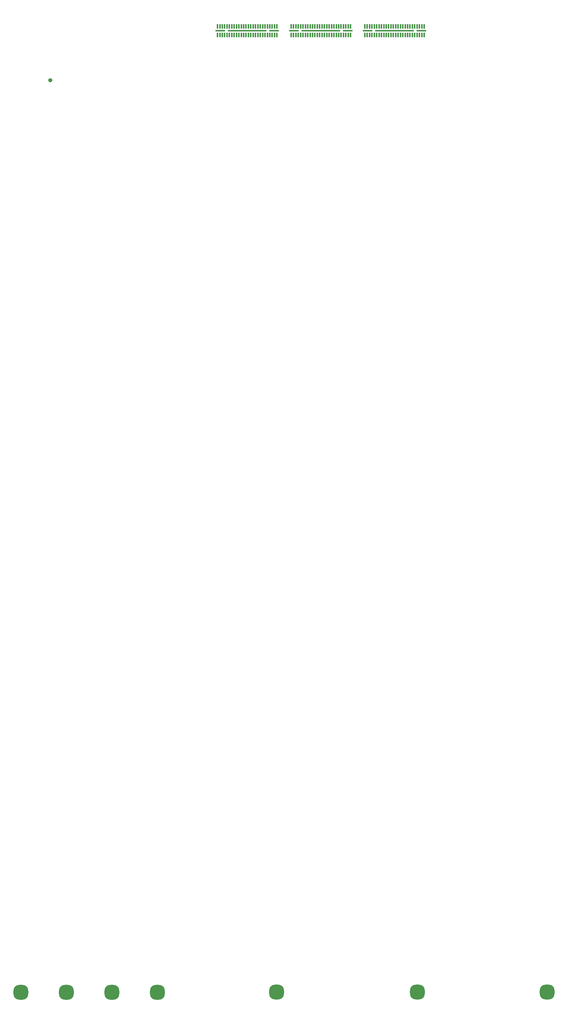
<source format=gbr>
G04 #@! TF.GenerationSoftware,KiCad,Pcbnew,(6.0.4-0)*
G04 #@! TF.CreationDate,2023-02-17T12:35:32-08:00*
G04 #@! TF.ProjectId,stripline_anode,73747269-706c-4696-9e65-5f616e6f6465,1a*
G04 #@! TF.SameCoordinates,Original*
G04 #@! TF.FileFunction,Paste,Top*
G04 #@! TF.FilePolarity,Positive*
%FSLAX46Y46*%
G04 Gerber Fmt 4.6, Leading zero omitted, Abs format (unit mm)*
G04 Created by KiCad (PCBNEW (6.0.4-0)) date 2023-02-17 12:35:32*
%MOMM*%
%LPD*%
G01*
G04 APERTURE LIST*
G04 Aperture macros list*
%AMRoundRect*
0 Rectangle with rounded corners*
0 $1 Rounding radius*
0 $2 $3 $4 $5 $6 $7 $8 $9 X,Y pos of 4 corners*
0 Add a 4 corners polygon primitive as box body*
4,1,4,$2,$3,$4,$5,$6,$7,$8,$9,$2,$3,0*
0 Add four circle primitives for the rounded corners*
1,1,$1+$1,$2,$3*
1,1,$1+$1,$4,$5*
1,1,$1+$1,$6,$7*
1,1,$1+$1,$8,$9*
0 Add four rect primitives between the rounded corners*
20,1,$1+$1,$2,$3,$4,$5,0*
20,1,$1+$1,$4,$5,$6,$7,0*
20,1,$1+$1,$6,$7,$8,$9,0*
20,1,$1+$1,$8,$9,$2,$3,0*%
G04 Aperture macros list end*
%ADD10R,0.500000X1.500000*%
%ADD11R,3.280000X0.510000*%
%ADD12R,13.150000X0.510000*%
%ADD13C,1.371600*%
%ADD14RoundRect,1.968504X0.531496X-0.531496X0.531496X0.531496X-0.531496X0.531496X-0.531496X-0.531496X0*%
G04 APERTURE END LIST*
D10*
X239983550Y-88142080D03*
X239983550Y-90992080D03*
X240783550Y-88142080D03*
X240783550Y-90992080D03*
X241583550Y-88142080D03*
X241583550Y-90992080D03*
X242383550Y-88142080D03*
X242383550Y-90992080D03*
X243183550Y-88142080D03*
X243183550Y-90992080D03*
X243983550Y-88142080D03*
X243983550Y-90992080D03*
X244783550Y-88142080D03*
X244783550Y-90992080D03*
X245583550Y-88142080D03*
X245583550Y-90992080D03*
X246383550Y-88142080D03*
X246383550Y-90992080D03*
X247183550Y-88142080D03*
X247183550Y-90992080D03*
X247983550Y-88142080D03*
X247983550Y-90992080D03*
X248783550Y-88142080D03*
X248783550Y-90992080D03*
X249583550Y-88142080D03*
X249583550Y-90992080D03*
X250383550Y-88142080D03*
X250383550Y-90992080D03*
X251183550Y-88142080D03*
X251183550Y-90992080D03*
X251983550Y-88142080D03*
X251983550Y-90992080D03*
X252783550Y-88142080D03*
X252783550Y-90992080D03*
X253583550Y-88142080D03*
X253583550Y-90992080D03*
X254383550Y-88142080D03*
X254383550Y-90992080D03*
X255183550Y-88142080D03*
X255183550Y-90992080D03*
X255983550Y-88142080D03*
X255983550Y-90992080D03*
X256783550Y-88142080D03*
X256783550Y-90992080D03*
X257583550Y-88142080D03*
X257583550Y-90992080D03*
X258383550Y-88142080D03*
X258383550Y-90992080D03*
X259183550Y-88142080D03*
X259183550Y-90992080D03*
X259983550Y-88142080D03*
X259983550Y-90992080D03*
X264783550Y-88142080D03*
X264783550Y-90992080D03*
X265583550Y-88142080D03*
X265583550Y-90992080D03*
X266383550Y-88142080D03*
X266383550Y-90992080D03*
X267183550Y-88142080D03*
X267183550Y-90992080D03*
X267983550Y-88142080D03*
X267983550Y-90992080D03*
X268783550Y-88142080D03*
X268783550Y-90992080D03*
X269583550Y-88142080D03*
X269583550Y-90992080D03*
X270383550Y-88142080D03*
X270383550Y-90992080D03*
X271183550Y-88142080D03*
X271183550Y-90992080D03*
X271983550Y-88142080D03*
X271983550Y-90992080D03*
X272783550Y-88142080D03*
X272783550Y-90992080D03*
X273583550Y-88142080D03*
X273583550Y-90992080D03*
X274383550Y-88142080D03*
X274383550Y-90992080D03*
X275183550Y-88142080D03*
X275183550Y-90992080D03*
X275983550Y-88142080D03*
X275983550Y-90992080D03*
X276783550Y-88142080D03*
X276783550Y-90992080D03*
X277583550Y-88142080D03*
X277583550Y-90992080D03*
X278383550Y-88142080D03*
X278383550Y-90992080D03*
X279183550Y-88142080D03*
X279183550Y-90992080D03*
X279983550Y-88142080D03*
X279983550Y-90992080D03*
X280783550Y-88142080D03*
X280783550Y-90992080D03*
X281583550Y-88142080D03*
X281583550Y-90992080D03*
X282383550Y-88142080D03*
X282383550Y-90992080D03*
X283183550Y-88142080D03*
X283183550Y-90992080D03*
X283983550Y-88142080D03*
X283983550Y-90992080D03*
X284783550Y-88142080D03*
X284783550Y-90992080D03*
X289583550Y-88142080D03*
X289583550Y-90992080D03*
X290383550Y-88142080D03*
X290383550Y-90992080D03*
X291183550Y-88142080D03*
X291183550Y-90992080D03*
X291983550Y-88142080D03*
X291983550Y-90992080D03*
X292783550Y-88142080D03*
X292783550Y-90992080D03*
X293583550Y-88142080D03*
X293583550Y-90992080D03*
X294383550Y-88142080D03*
X294383550Y-90992080D03*
X295183550Y-88142080D03*
X295183550Y-90992080D03*
X295983550Y-88142080D03*
X295983550Y-90992080D03*
X296783550Y-88142080D03*
X296783550Y-90992080D03*
X297583550Y-88142080D03*
X297583550Y-90992080D03*
X298383550Y-88142080D03*
X298383550Y-90992080D03*
X299183550Y-88142080D03*
X299183550Y-90992080D03*
X299983550Y-88142080D03*
X299983550Y-90992080D03*
X300783550Y-88142080D03*
X300783550Y-90992080D03*
X301583550Y-88142080D03*
X301583550Y-90992080D03*
X302383550Y-88142080D03*
X302383550Y-90992080D03*
X303183550Y-88142080D03*
X303183550Y-90992080D03*
X303983550Y-88142080D03*
X303983550Y-90992080D03*
X304783550Y-88142080D03*
X304783550Y-90992080D03*
X305583550Y-88142080D03*
X305583550Y-90992080D03*
X306383550Y-88142080D03*
X306383550Y-90992080D03*
X307183550Y-88142080D03*
X307183550Y-90992080D03*
X307983550Y-88142080D03*
X307983550Y-90992080D03*
X308783550Y-88142080D03*
X308783550Y-90992080D03*
X309583550Y-88142080D03*
X309583550Y-90992080D03*
D11*
X240918550Y-89567080D03*
D12*
X249983550Y-89567080D03*
D11*
X259048550Y-89567080D03*
X265718550Y-89567080D03*
D12*
X274783550Y-89567080D03*
D11*
X283848550Y-89567080D03*
X290518550Y-89567080D03*
D12*
X299583550Y-89567080D03*
D11*
X308648550Y-89567080D03*
D13*
X183693500Y-106220500D03*
D14*
X204426832Y-413101500D03*
X350943500Y-413076500D03*
X189110166Y-413101500D03*
X259893500Y-413076500D03*
X307318500Y-413076500D03*
X219743500Y-413101500D03*
X173793500Y-413101500D03*
M02*

</source>
